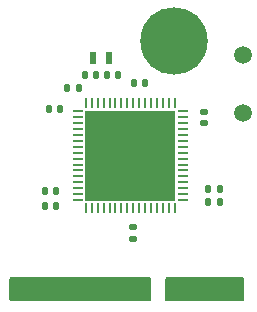
<source format=gts>
%TF.GenerationSoftware,KiCad,Pcbnew,8.0.8*%
%TF.CreationDate,2025-02-14T18:20:32-05:00*%
%TF.ProjectId,caravel-M.2-card-QFN,63617261-7665-46c2-9d4d-2e322d636172,1*%
%TF.SameCoordinates,Original*%
%TF.FileFunction,Soldermask,Top*%
%TF.FilePolarity,Negative*%
%FSLAX46Y46*%
G04 Gerber Fmt 4.6, Leading zero omitted, Abs format (unit mm)*
G04 Created by KiCad (PCBNEW 8.0.8) date 2025-02-14 18:20:32*
%MOMM*%
%LPD*%
G01*
G04 APERTURE LIST*
G04 Aperture macros list*
%AMRoundRect*
0 Rectangle with rounded corners*
0 $1 Rounding radius*
0 $2 $3 $4 $5 $6 $7 $8 $9 X,Y pos of 4 corners*
0 Add a 4 corners polygon primitive as box body*
4,1,4,$2,$3,$4,$5,$6,$7,$8,$9,$2,$3,0*
0 Add four circle primitives for the rounded corners*
1,1,$1+$1,$2,$3*
1,1,$1+$1,$4,$5*
1,1,$1+$1,$6,$7*
1,1,$1+$1,$8,$9*
0 Add four rect primitives between the rounded corners*
20,1,$1+$1,$2,$3,$4,$5,0*
20,1,$1+$1,$4,$5,$6,$7,0*
20,1,$1+$1,$6,$7,$8,$9,0*
20,1,$1+$1,$8,$9,$2,$3,0*%
G04 Aperture macros list end*
%ADD10R,0.350000X1.450000*%
%ADD11C,5.703200*%
%ADD12C,1.500000*%
%ADD13R,0.600000X1.100000*%
%ADD14RoundRect,0.140000X0.140000X0.170000X-0.140000X0.170000X-0.140000X-0.170000X0.140000X-0.170000X0*%
%ADD15RoundRect,0.140000X-0.140000X-0.170000X0.140000X-0.170000X0.140000X0.170000X-0.140000X0.170000X0*%
%ADD16RoundRect,0.140000X-0.170000X0.140000X-0.170000X-0.140000X0.170000X-0.140000X0.170000X0.140000X0*%
%ADD17RoundRect,0.062500X0.062500X-0.362500X0.062500X0.362500X-0.062500X0.362500X-0.062500X-0.362500X0*%
%ADD18RoundRect,0.062500X0.362500X-0.062500X0.362500X0.062500X-0.362500X0.062500X-0.362500X-0.062500X0*%
%ADD19R,7.650000X7.650000*%
%ADD20RoundRect,0.140000X0.170000X-0.140000X0.170000X0.140000X-0.170000X0.140000X-0.170000X-0.140000X0*%
G04 APERTURE END LIST*
D10*
X82748140Y-41227460D03*
X82247760Y-41227460D03*
X81749920Y-41227460D03*
X81249540Y-41227460D03*
X80749160Y-41227460D03*
X80248780Y-41227460D03*
X79748400Y-41227460D03*
X79248020Y-41227460D03*
X78747640Y-41227460D03*
X78249800Y-41227460D03*
X77749420Y-41227460D03*
X77249040Y-41227460D03*
X74749680Y-41227460D03*
X74249300Y-41227460D03*
X73748920Y-41227460D03*
X73251080Y-41227460D03*
X72750700Y-41227460D03*
X72250320Y-41227460D03*
X71752480Y-41227460D03*
X71252100Y-41227460D03*
X70751720Y-41227460D03*
X70251340Y-41227460D03*
X69750960Y-41227460D03*
X69250580Y-41227460D03*
X68750200Y-41227460D03*
X68252360Y-41227460D03*
X67751980Y-41227460D03*
X67251600Y-41227460D03*
X66751220Y-41227460D03*
X66250840Y-41227460D03*
X65750460Y-41227460D03*
X65250080Y-41227460D03*
X64752240Y-41227460D03*
X64251860Y-41227460D03*
D11*
X77450000Y-20500000D03*
D12*
X83238729Y-26583049D03*
X83238729Y-21703049D03*
D13*
X70538729Y-21953049D03*
X71938729Y-21953049D03*
D14*
X72718729Y-23353049D03*
X71758729Y-23353049D03*
X70818729Y-23353049D03*
X69858729Y-23353049D03*
D15*
X74058729Y-24053049D03*
X75018729Y-24053049D03*
D14*
X81288729Y-34113049D03*
X80328729Y-34113049D03*
D15*
X66468729Y-34483049D03*
X67428729Y-34483049D03*
X66858729Y-26223049D03*
X67818729Y-26223049D03*
D14*
X68415129Y-24453049D03*
X69375129Y-24453049D03*
D15*
X66468729Y-33233049D03*
X67428729Y-33233049D03*
D16*
X79938729Y-26473049D03*
X79938729Y-27433049D03*
D17*
X69978729Y-34653049D03*
X70478729Y-34653049D03*
X70978729Y-34653049D03*
X71478729Y-34653049D03*
X71978729Y-34653049D03*
X72478729Y-34653049D03*
X72978729Y-34653049D03*
X73478729Y-34653049D03*
X73978729Y-34653049D03*
X74478729Y-34653049D03*
X74978729Y-34653049D03*
X75478729Y-34653049D03*
X75978729Y-34653049D03*
X76478729Y-34653049D03*
X76978729Y-34653049D03*
X77478729Y-34653049D03*
D18*
X78178729Y-33953049D03*
X78178729Y-33453049D03*
X78178729Y-32953049D03*
X78178729Y-32453049D03*
X78178729Y-31953049D03*
X78178729Y-31453049D03*
X78178729Y-30953049D03*
X78178729Y-30453049D03*
X78178729Y-29953049D03*
X78178729Y-29453049D03*
X78178729Y-28953049D03*
X78178729Y-28453049D03*
X78178729Y-27953049D03*
X78178729Y-27453049D03*
X78178729Y-26953049D03*
X78178729Y-26453049D03*
D17*
X77478729Y-25753049D03*
X76978729Y-25753049D03*
X76478729Y-25753049D03*
X75978729Y-25753049D03*
X75478729Y-25753049D03*
X74978729Y-25753049D03*
X74478729Y-25753049D03*
X73978729Y-25753049D03*
X73478729Y-25753049D03*
X72978729Y-25753049D03*
X72478729Y-25753049D03*
X71978729Y-25753049D03*
X71478729Y-25753049D03*
X70978729Y-25753049D03*
X70478729Y-25753049D03*
X69978729Y-25753049D03*
D18*
X69278729Y-26453049D03*
X69278729Y-26953049D03*
X69278729Y-27453049D03*
X69278729Y-27953049D03*
X69278729Y-28453049D03*
X69278729Y-28953049D03*
X69278729Y-29453049D03*
X69278729Y-29953049D03*
X69278729Y-30453049D03*
X69278729Y-30953049D03*
X69278729Y-31453049D03*
X69278729Y-31953049D03*
X69278729Y-32453049D03*
X69278729Y-32953049D03*
X69278729Y-33453049D03*
X69278729Y-33953049D03*
D19*
X73728729Y-30203049D03*
D20*
X73958729Y-37243049D03*
X73958729Y-36283049D03*
D14*
X81288729Y-33046249D03*
X80328729Y-33046249D03*
G36*
X83343039Y-40522734D02*
G01*
X83388794Y-40575538D01*
X83400000Y-40627049D01*
X83400000Y-42376000D01*
X83380315Y-42443039D01*
X83327511Y-42488794D01*
X83276000Y-42500000D01*
X76824000Y-42500000D01*
X76756961Y-42480315D01*
X76711206Y-42427511D01*
X76700000Y-42376000D01*
X76700000Y-40627049D01*
X76719685Y-40560010D01*
X76772489Y-40514255D01*
X76824000Y-40503049D01*
X83276000Y-40503049D01*
X83343039Y-40522734D01*
G37*
G36*
X75443039Y-40522734D02*
G01*
X75488794Y-40575538D01*
X75500000Y-40627049D01*
X75500000Y-42376000D01*
X75480315Y-42443039D01*
X75427511Y-42488794D01*
X75376000Y-42500000D01*
X63624000Y-42500000D01*
X63556961Y-42480315D01*
X63511206Y-42427511D01*
X63500000Y-42376000D01*
X63500000Y-40627049D01*
X63519685Y-40560010D01*
X63572489Y-40514255D01*
X63624000Y-40503049D01*
X75376000Y-40503049D01*
X75443039Y-40522734D01*
G37*
M02*

</source>
